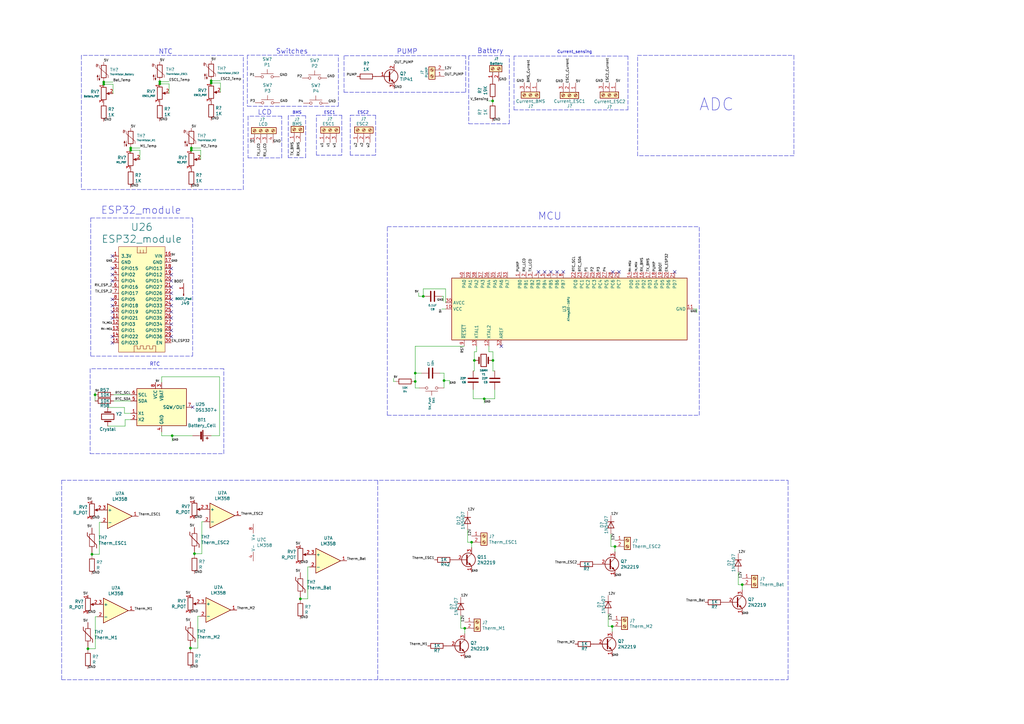
<source format=kicad_sch>
(kicad_sch (version 20211123) (generator eeschema)
  (paper "A3")
  (junction (at 123.19 245.618))
  (junction (at 193.421 222.377))
  (junction (at 78.486 60.706))
  (junction (at 78.486 61.595))
  (junction (at 42.545 34.544))
  (junction (at 53.594 61.595))
  (junction (at 65.532 34.417))
  (junction (at 37.719 227.33))
  (junction (at 70.612 178.689))
  (junction (at 251.079 256.921))
  (junction (at 65.532 33.528))
  (junction (at 78.105 265.811))
  (junction (at 53.594 60.706))
  (junction (at 79.756 227.076))
  (junction (at 170.307 156.464))
  (junction (at 202.057 41.402))
  (junction (at 86.614 34.036))
  (junction (at 42.545 33.655))
  (junction (at 170.307 153.035))
  (junction (at 36.068 266.065))
  (junction (at 198.628 163.576))
  (junction (at 182.118 156.083))
  (junction (at 252.222 224.155))
  (junction (at 304.419 239.776))
  (junction (at 86.614 33.147))
  (junction (at 202.184 147.828))
  (junction (at 194.564 147.828))
  (junction (at 190.627 257.683))
  (junction (at 173.609 121.539))
  (junction (at 38.989 161.925))
  (no_connect (at 70.231 135.509))
  (no_connect (at 70.231 130.429))
  (no_connect (at 70.231 132.969))
  (no_connect (at 46.101 110.109))
  (no_connect (at 225.933 111.506))
  (no_connect (at 70.231 120.269))
  (no_connect (at 46.101 138.049))
  (no_connect (at 70.231 110.109))
  (no_connect (at 276.733 111.506))
  (no_connect (at 70.231 138.049))
  (no_connect (at 251.333 111.506))
  (no_connect (at 253.873 111.506))
  (no_connect (at 223.393 111.506))
  (no_connect (at 205.613 141.986))
  (no_connect (at 78.994 167.005))
  (no_connect (at 46.101 130.429))
  (no_connect (at 70.231 112.649))
  (no_connect (at 70.231 125.349))
  (no_connect (at 46.101 112.649))
  (no_connect (at 231.013 111.506))
  (no_connect (at 70.231 127.889))
  (no_connect (at 228.473 111.506))
  (no_connect (at 70.231 115.189))
  (no_connect (at 46.101 122.809))
  (no_connect (at 46.101 105.029))
  (no_connect (at 46.101 115.189))
  (no_connect (at 46.101 127.889))
  (no_connect (at 46.101 140.589))
  (no_connect (at 46.101 125.349))
  (no_connect (at 70.231 122.809))
  (no_connect (at 70.231 117.729))
  (no_connect (at 220.853 111.506))
  (wire (pts (xy 46.355 38.354) (xy 46.355 34.544)))
  (wire (pts (xy 81.153 252.73) (xy 81.153 265.811)))
  (wire (pts (xy 173.609 121.539) (xy 171.704 121.539)))
  (wire (pts (xy 82.804 213.995) (xy 82.804 227.076)))
  (polyline (pts (xy 261.493 63.881) (xy 261.493 22.733)))
  (wire (pts (xy 200.533 141.986) (xy 200.533 144.272)))
  (wire (pts (xy 202.184 147.828) (xy 202.184 152.146)))
  (wire (pts (xy 82.804 227.076) (xy 79.756 227.076)))
  (polyline (pts (xy 154.94 278.765) (xy 154.94 196.977)))
  (wire (pts (xy 181.229 121.539) (xy 181.864 121.539)))
  (wire (pts (xy 123.19 244.983) (xy 123.19 245.618)))
  (wire (pts (xy 82.296 61.595) (xy 78.486 61.595)))
  (wire (pts (xy 65.532 33.528) (xy 69.342 33.528)))
  (wire (pts (xy 244.348 231.394) (xy 244.602 231.394)))
  (wire (pts (xy 170.307 153.035) (xy 170.307 141.986)))
  (wire (pts (xy 66.294 154.559) (xy 90.043 154.559)))
  (wire (pts (xy 191.77 222.377) (xy 193.421 222.377)))
  (polyline (pts (xy 325.628 63.881) (xy 261.493 63.881)))
  (wire (pts (xy 86.614 33.147) (xy 90.424 33.147)))
  (polyline (pts (xy 141.097 22.86) (xy 141.097 37.846)))
  (polyline (pts (xy 140.208 63.627) (xy 129.794 63.627)))
  (wire (pts (xy 53.594 60.706) (xy 57.404 60.706)))
  (polyline (pts (xy 191.008 37.846) (xy 191.008 22.86)))
  (polyline (pts (xy 99.822 22.733) (xy 33.401 22.733)))
  (wire (pts (xy 194.056 159.766) (xy 194.056 163.576)))
  (wire (pts (xy 90.424 37.846) (xy 90.424 34.036)))
  (polyline (pts (xy 138.811 22.606) (xy 101.473 22.606)))
  (wire (pts (xy 57.404 61.595) (xy 53.594 61.595)))
  (polyline (pts (xy 154.051 47.244) (xy 154.051 63.627)))
  (wire (pts (xy 65.532 33.528) (xy 65.532 33.02)))
  (wire (pts (xy 37.719 227.33) (xy 37.719 227.965)))
  (wire (pts (xy 126.238 232.537) (xy 126.238 245.618)))
  (polyline (pts (xy 91.821 186.055) (xy 91.821 151.257)))
  (wire (pts (xy 200.533 144.272) (xy 202.184 144.272)))
  (wire (pts (xy 194.056 163.576) (xy 198.628 163.576)))
  (wire (pts (xy 202.946 159.766) (xy 202.946 163.576)))
  (polyline (pts (xy 325.628 22.733) (xy 325.628 63.881)))
  (wire (pts (xy 70.612 178.689) (xy 78.994 178.689)))
  (wire (pts (xy 304.419 241.935) (xy 304.419 239.776)))
  (wire (pts (xy 123.19 245.618) (xy 123.19 246.253)))
  (wire (pts (xy 40.767 214.249) (xy 40.767 227.33)))
  (wire (pts (xy 170.307 153.035) (xy 172.847 153.035)))
  (wire (pts (xy 173.609 118.491) (xy 173.609 121.539)))
  (polyline (pts (xy 125.349 64.643) (xy 125.349 47.498)))
  (wire (pts (xy 83.566 213.995) (xy 82.804 213.995)))
  (wire (pts (xy 127 232.537) (xy 126.238 232.537)))
  (wire (pts (xy 180.467 153.035) (xy 182.118 153.035)))
  (wire (pts (xy 182.753 124.206) (xy 182.753 118.491)))
  (polyline (pts (xy 33.401 77.724) (xy 99.822 77.724)))
  (wire (pts (xy 191.77 217.297) (xy 191.77 222.377)))
  (wire (pts (xy 190.373 141.986) (xy 170.307 141.986)))
  (wire (pts (xy 79.756 226.441) (xy 79.756 227.076)))
  (wire (pts (xy 86.614 34.036) (xy 86.614 33.147)))
  (polyline (pts (xy 192.278 50.8) (xy 208.915 50.8)))
  (wire (pts (xy 202.057 42.164) (xy 202.057 41.402)))
  (polyline (pts (xy 33.401 22.733) (xy 33.401 77.724)))
  (wire (pts (xy 78.486 60.706) (xy 78.486 60.198)))
  (polyline (pts (xy 91.821 151.257) (xy 36.957 151.257)))
  (polyline (pts (xy 99.822 77.724) (xy 99.822 22.733)))
  (wire (pts (xy 81.915 252.73) (xy 81.153 252.73)))
  (wire (pts (xy 70.612 180.975) (xy 70.612 178.689)))
  (polyline (pts (xy 101.473 22.606) (xy 101.473 43.561)))
  (wire (pts (xy 39.878 252.984) (xy 39.116 252.984)))
  (wire (pts (xy 79.756 227.076) (xy 79.756 227.711)))
  (wire (pts (xy 170.307 159.131) (xy 170.307 156.464)))
  (polyline (pts (xy 115.57 64.77) (xy 115.57 47.625)))
  (wire (pts (xy 78.486 61.595) (xy 78.486 60.706)))
  (wire (pts (xy 202.184 152.146) (xy 202.946 152.146)))
  (polyline (pts (xy 36.957 151.257) (xy 36.957 186.055)))
  (wire (pts (xy 65.532 34.417) (xy 65.532 33.528)))
  (wire (pts (xy 82.296 65.405) (xy 82.296 61.595)))
  (wire (pts (xy 81.153 265.811) (xy 78.105 265.811)))
  (wire (pts (xy 250.571 224.155) (xy 252.222 224.155)))
  (polyline (pts (xy 25.273 196.977) (xy 323.215 196.977)))
  (wire (pts (xy 202.057 41.402) (xy 200.406 41.402)))
  (polyline (pts (xy 25.273 278.765) (xy 323.215 278.765)))
  (wire (pts (xy 36.068 265.43) (xy 36.068 266.065)))
  (wire (pts (xy 66.294 178.689) (xy 70.612 178.689)))
  (wire (pts (xy 57.404 65.405) (xy 57.404 61.595)))
  (wire (pts (xy 162.306 156.464) (xy 161.417 156.464)))
  (polyline (pts (xy 158.877 170.307) (xy 158.877 92.964)))
  (wire (pts (xy 284.353 126.746) (xy 285.75 126.746)))
  (polyline (pts (xy 143.637 63.627) (xy 143.637 47.244)))
  (wire (pts (xy 78.105 265.811) (xy 78.105 266.446)))
  (wire (pts (xy 285.75 126.746) (xy 285.75 128.27)))
  (polyline (pts (xy 257.556 45.085) (xy 257.556 22.987)))
  (wire (pts (xy 170.307 156.464) (xy 170.307 153.035)))
  (polyline (pts (xy 154.051 63.627) (xy 143.637 63.627)))
  (polyline (pts (xy 37.211 146.05) (xy 78.994 146.05)))
  (polyline (pts (xy 140.208 47.244) (xy 140.208 63.627)))
  (wire (pts (xy 53.594 161.925) (xy 46.609 161.925)))
  (wire (pts (xy 302.768 239.776) (xy 304.419 239.776)))
  (wire (pts (xy 41.529 214.249) (xy 40.767 214.249)))
  (wire (pts (xy 53.594 61.595) (xy 53.594 60.706)))
  (wire (pts (xy 90.043 154.559) (xy 90.043 178.689)))
  (wire (pts (xy 53.594 172.085) (xy 51.308 172.085)))
  (polyline (pts (xy 208.915 22.86) (xy 192.278 22.86)))
  (wire (pts (xy 249.428 251.841) (xy 249.428 256.921)))
  (wire (pts (xy 66.294 156.845) (xy 66.294 154.559)))
  (wire (pts (xy 51.054 169.545) (xy 51.054 167.132)))
  (polyline (pts (xy 138.811 43.561) (xy 138.811 22.606)))
  (polyline (pts (xy 286.766 170.307) (xy 286.766 92.964)))
  (wire (pts (xy 40.767 227.33) (xy 37.719 227.33)))
  (polyline (pts (xy 261.493 22.733) (xy 325.628 22.733)))
  (wire (pts (xy 126.238 245.618) (xy 123.19 245.618)))
  (wire (pts (xy 53.594 169.545) (xy 51.054 169.545)))
  (wire (pts (xy 51.308 172.085) (xy 51.308 174.752)))
  (polyline (pts (xy 25.273 196.977) (xy 25.273 278.765)))
  (wire (pts (xy 194.564 147.828) (xy 194.564 152.146)))
  (wire (pts (xy 182.753 118.491) (xy 173.609 118.491)))
  (polyline (pts (xy 118.237 64.643) (xy 125.349 64.643)))
  (wire (pts (xy 90.424 34.036) (xy 86.614 34.036)))
  (wire (pts (xy 53.594 60.706) (xy 53.594 60.198)))
  (polyline (pts (xy 78.994 146.05) (xy 78.994 89.408)))
  (wire (pts (xy 69.342 38.227) (xy 69.342 34.417)))
  (polyline (pts (xy 141.097 37.846) (xy 191.008 37.846)))
  (wire (pts (xy 90.043 178.689) (xy 86.614 178.689)))
  (wire (pts (xy 198.628 163.576) (xy 198.628 165.354)))
  (wire (pts (xy 182.118 159.131) (xy 182.118 156.083)))
  (wire (pts (xy 202.184 144.272) (xy 202.184 147.828)))
  (polyline (pts (xy 101.727 64.77) (xy 115.57 64.77)))
  (polyline (pts (xy 129.794 63.627) (xy 129.794 47.244)))
  (wire (pts (xy 42.545 33.655) (xy 46.355 33.655)))
  (wire (pts (xy 78.105 265.176) (xy 78.105 265.811)))
  (wire (pts (xy 66.294 178.689) (xy 66.294 177.165)))
  (polyline (pts (xy 129.794 47.244) (xy 140.208 47.244)))
  (wire (pts (xy 184.404 156.083) (xy 184.404 157.607)))
  (polyline (pts (xy 36.957 186.055) (xy 91.821 186.055)))
  (polyline (pts (xy 158.877 92.964) (xy 286.766 92.964)))
  (wire (pts (xy 251.079 259.08) (xy 251.079 256.921)))
  (wire (pts (xy 194.564 144.272) (xy 194.564 147.828)))
  (wire (pts (xy 195.453 141.986) (xy 195.453 144.272)))
  (polyline (pts (xy 37.211 89.408) (xy 78.994 89.408)))
  (polyline (pts (xy 208.915 50.8) (xy 208.915 22.86)))
  (wire (pts (xy 78.486 60.706) (xy 82.296 60.706)))
  (wire (pts (xy 42.545 34.544) (xy 42.545 33.655)))
  (polyline (pts (xy 118.237 47.498) (xy 118.237 64.643)))
  (polyline (pts (xy 143.637 47.244) (xy 154.051 47.244)))
  (wire (pts (xy 302.768 234.696) (xy 302.768 239.776)))
  (polyline (pts (xy 158.877 170.307) (xy 286.766 170.307)))
  (wire (pts (xy 169.926 156.464) (xy 170.307 156.464)))
  (wire (pts (xy 188.976 252.603) (xy 188.976 257.683)))
  (polyline (pts (xy 37.211 89.408) (xy 37.211 146.05)))
  (polyline (pts (xy 192.278 22.86) (xy 192.278 50.8)))
  (wire (pts (xy 51.054 167.132) (xy 44.196 167.132)))
  (polyline (pts (xy 210.82 22.987) (xy 210.82 45.085)))
  (wire (pts (xy 42.545 33.655) (xy 42.545 33.147)))
  (polyline (pts (xy 101.473 43.561) (xy 138.811 43.561)))
  (wire (pts (xy 38.989 161.925) (xy 38.989 160.782)))
  (wire (pts (xy 181.864 121.539) (xy 181.864 123.571)))
  (wire (pts (xy 193.421 224.536) (xy 193.421 222.377)))
  (wire (pts (xy 69.342 34.417) (xy 65.532 34.417)))
  (polyline (pts (xy 257.556 22.987) (xy 210.82 22.987)))
  (wire (pts (xy 249.428 256.921) (xy 251.079 256.921)))
  (wire (pts (xy 182.118 156.083) (xy 182.118 153.035)))
  (polyline (pts (xy 125.349 47.498) (xy 118.237 47.498)))
  (wire (pts (xy 198.628 163.576) (xy 202.946 163.576)))
  (wire (pts (xy 171.704 121.539) (xy 171.704 120.142)))
  (wire (pts (xy 46.355 34.544) (xy 42.545 34.544)))
  (wire (pts (xy 194.564 152.146) (xy 194.056 152.146)))
  (polyline (pts (xy 191.008 22.86) (xy 141.097 22.86)))
  (wire (pts (xy 38.989 164.465) (xy 38.989 161.925)))
  (polyline (pts (xy 115.57 47.625) (xy 101.727 47.625)))
  (polyline (pts (xy 210.82 45.085) (xy 257.556 45.085)))
  (wire (pts (xy 86.614 33.147) (xy 86.614 32.639)))
  (wire (pts (xy 190.627 259.842) (xy 190.627 257.683)))
  (wire (pts (xy 36.068 266.065) (xy 36.068 266.7)))
  (wire (pts (xy 53.594 164.465) (xy 46.609 164.465)))
  (wire (pts (xy 51.308 174.752) (xy 44.196 174.752)))
  (wire (pts (xy 39.116 266.065) (xy 36.068 266.065)))
  (wire (pts (xy 39.116 252.984) (xy 39.116 266.065)))
  (polyline (pts (xy 101.727 47.625) (xy 101.727 64.77)))
  (wire (pts (xy 161.417 156.464) (xy 161.417 155.194)))
  (wire (pts (xy 170.307 159.131) (xy 171.958 159.131)))
  (wire (pts (xy 195.453 144.272) (xy 194.564 144.272)))
  (wire (pts (xy 182.753 126.746) (xy 181.229 126.746)))
  (wire (pts (xy 202.057 41.402) (xy 202.057 40.894)))
  (wire (pts (xy 252.222 226.314) (xy 252.222 224.155)))
  (wire (pts (xy 182.118 156.083) (xy 184.404 156.083)))
  (wire (pts (xy 37.719 226.695) (xy 37.719 227.33)))
  (wire (pts (xy 250.571 219.075) (xy 250.571 224.155)))
  (wire (pts (xy 188.976 257.683) (xy 190.627 257.683)))
  (polyline (pts (xy 323.215 278.765) (xy 323.215 196.977)))
  (text "ESP32_module" (at 41.402 88.138 0) (effects (font (size 2.9972 2.9972)) (justify left bottom)))
  (text "ADC" (at 286.639 45.974 0) (effects (font (size 5.0038 5.0038)) (justify left bottom)))
  (text "PUMP\n\n" (at 162.687 25.654 0) (effects (font (size 2.0066 2.0066)) (justify left bottom)))
  (text "Battery\n\n" (at 195.707 25.4 0) (effects (font (size 2.0066 2.0066)) (justify left bottom)))
  (text "Current_sensing" (at 228.473 22.098 0) (effects (font (size 1.1938 1.1938)) (justify left bottom)))
  (text "ESC1\n" (at 132.842 46.99 0) (effects (font (size 1.1938 1.1938)) (justify left bottom)))
  (text "Switches\n" (at 113.157 22.352 0) (effects (font (size 2.0066 2.0066)) (justify left bottom)))
  (text "ESC2\n\n" (at 146.558 48.895 0) (effects (font (size 1.1938 1.1938)) (justify left bottom)))
  (text "BMS" (at 119.888 46.99 0) (effects (font (size 1.1938 1.1938)) (justify left bottom)))
  (text "NTC" (at 65.024 22.479 0) (effects (font (size 2.0066 2.0066)) (justify left bottom)))
  (text "LCD\n\n\n" (at 105.664 53.848 0) (effects (font (size 2.0066 2.0066)) (justify left bottom)))
  (text "RTC\n" (at 61.341 150.368 0) (effects (font (size 1.4986 1.4986)) (justify left bottom)))
  (text "MCU" (at 220.599 90.551 0) (effects (font (size 2.9972 2.9972)) (justify left bottom)))
  (label "BMS_Current" (at 217.551 33.909 90) (effects (font (size 0.9906 0.9906))))
  (label "GND" (at 251.079 269.24 0) (effects (font (size 0.7874 0.7874))))
  (label "5V" (at 252.476 33.909 0) (effects (font (size 0.9906 0.9906))))
  (label "Therm_Bat" (at 289.179 247.015 180) (effects (font (size 0.9906 0.9906))))
  (label "P1" (at 241.173 111.506 90) (effects (font (size 0.9906 0.9906))))
  (label "5V" (at 220.091 33.909 0) (effects (font (size 0.9906 0.9906))))
  (label "Therm_ESC2" (at 236.728 231.394 180) (effects (font (size 0.9906 0.9906))))
  (label "P2" (at 123.952 32.004 180) (effects (font (size 0.9906 0.9906))))
  (label "5V" (at 236.093 34.036 0) (effects (font (size 0.9906 0.9906))))
  (label "ESC2_Current" (at 249.936 33.909 90) (effects (font (size 0.9906 0.9906))))
  (label "RX_BMS" (at 264.033 111.506 90) (effects (font (size 0.9906 0.9906))))
  (label "GND" (at 37.719 235.585 0) (effects (font (size 0.9906 0.9906))))
  (label "M2_Temp" (at 82.296 60.706 0) (effects (font (size 0.9906 0.9906))))
  (label "12V" (at 188.976 244.983 0) (effects (font (size 0.9906 0.9906))))
  (label "TX_LCD" (at 106.934 58.674 270) (effects (font (size 0.9906 0.9906))))
  (label "GND" (at 46.101 107.569 180) (effects (font (size 0.7874 0.7874))))
  (label "P2" (at 243.713 111.506 90) (effects (font (size 0.9906 0.9906))))
  (label "P3" (at 246.253 111.506 90) (effects (font (size 0.9906 0.9906))))
  (label "5V" (at 78.105 255.016 180) (effects (font (size 0.9906 0.9906))))
  (label "TX_BMS" (at 120.65 58.166 270) (effects (font (size 0.9906 0.9906))))
  (label "EN_ESP32" (at 70.231 140.589 0) (effects (font (size 0.9906 0.9906))))
  (label "RTC_SCL" (at 236.093 111.506 90) (effects (font (size 0.9906 0.9906))))
  (label "P3" (at 104.648 42.164 180) (effects (font (size 0.9906 0.9906))))
  (label "5V" (at 123.19 234.823 180) (effects (font (size 0.9906 0.9906))))
  (label "TX_BMS" (at 266.573 111.506 90) (effects (font (size 0.9906 0.9906))))
  (label "GND" (at 70.231 107.569 0) (effects (font (size 0.7874 0.7874))))
  (label "ESC1_Current" (at 233.553 34.036 90) (effects (font (size 0.9906 0.9906))))
  (label "RX-MCU" (at 46.101 135.509 180) (effects (font (size 0.7112 0.7112))))
  (label "GND" (at 181.864 123.571 180) (effects (font (size 0.7874 0.7874))))
  (label "GND" (at 204.597 33.274 0) (effects (font (size 0.9906 0.9906))))
  (label "GND" (at 78.105 251.46 0) (effects (font (size 0.9906 0.9906))))
  (label "12V" (at 191.77 209.677 0) (effects (font (size 0.9906 0.9906))))
  (label "u2" (at 146.685 58.42 270) (effects (font (size 0.9906 0.9906))))
  (label "V_Sensing" (at 200.406 41.402 180) (effects (font (size 0.9906 0.9906))))
  (label "GND" (at 184.404 157.607 0) (effects (font (size 0.7874 0.7874))))
  (label "RST" (at 190.373 141.986 270) (effects (font (size 0.9906 0.9906))))
  (label "GND" (at 114.808 42.164 0) (effects (font (size 0.9906 0.9906))))
  (label "GND" (at 112.014 58.674 0) (effects (font (size 0.9906 0.9906))))
  (label "TX_LCD" (at 218.313 111.506 90) (effects (font (size 0.9906 0.9906))))
  (label "P1" (at 104.521 31.496 180) (effects (font (size 0.9906 0.9906))))
  (label "5V" (at 42.545 25.527 0) (effects (font (size 0.9906 0.9906))))
  (label "GND" (at 79.756 235.331 0) (effects (font (size 0.9906 0.9906))))
  (label "5V" (at 53.594 52.578 0) (effects (font (size 0.9906 0.9906))))
  (label "Therm_ESC1" (at 56.769 211.709 0) (effects (font (size 0.9906 0.9906))))
  (label "ESC2_Temp" (at 90.424 33.147 0) (effects (font (size 0.9906 0.9906))))
  (label "EN_ESP32" (at 274.193 111.506 90) (effects (font (size 0.9906 0.9906))))
  (label "GND" (at 70.612 180.975 0) (effects (font (size 0.7874 0.7874))))
  (label "RX_LCD" (at 109.474 58.674 270) (effects (font (size 0.9906 0.9906))))
  (label "GND" (at 42.545 49.784 0) (effects (font (size 0.9906 0.9906))))
  (label "GND" (at 190.627 270.002 0) (effects (font (size 0.7874 0.7874))))
  (label "OUT_PUMP" (at 161.671 26.289 0) (effects (font (size 0.9906 0.9906))))
  (label "5V" (at 123.19 223.647 180) (effects (font (size 0.9906 0.9906))))
  (label "GND" (at 78.105 274.066 0) (effects (font (size 0.9906 0.9906))))
  (label "5V" (at 36.068 244.094 180) (effects (font (size 0.9906 0.9906))))
  (label "GND" (at 231.013 34.036 180) (effects (font (size 0.9906 0.9906))))
  (label "12V" (at 252.222 221.615 90) (effects (font (size 0.9906 0.9906))))
  (label "ESC1_Temp" (at 69.342 33.528 0) (effects (font (size 0.9906 0.9906))))
  (label "GND" (at 36.068 251.714 0) (effects (font (size 0.9906 0.9906))))
  (label "GND" (at 78.486 76.835 0) (effects (font (size 0.9906 0.9906))))
  (label "5V" (at 65.532 25.4 0) (effects (font (size 0.9906 0.9906))))
  (label "GND" (at 114.681 31.496 0) (effects (font (size 0.9906 0.9906))))
  (label "GND" (at 202.057 49.784 0) (effects (font (size 0.9906 0.9906))))
  (label "5V" (at 104.394 58.674 180) (effects (font (size 0.9906 0.9906))))
  (label "Therm_ESC1" (at 178.181 229.616 180) (effects (font (size 0.9906 0.9906))))
  (label "12V" (at 250.571 211.455 0) (effects (font (size 0.9906 0.9906))))
  (label "P4" (at 124.46 42.291 180) (effects (font (size 0.9906 0.9906))))
  (label "GND" (at 53.594 76.835 0) (effects (font (size 0.9906 0.9906))))
  (label "12V" (at 193.421 219.837 90) (effects (font (size 0.9906 0.9906))))
  (label "GND" (at 304.419 252.095 0) (effects (font (size 0.7874 0.7874))))
  (label "12V" (at 182.245 28.702 0) (effects (font (size 0.9906 0.9906))))
  (label "u1" (at 132.842 58.42 270) (effects (font (size 0.9906 0.9906))))
  (label "Therm_M1" (at 55.118 250.444 0) (effects (font (size 0.9906 0.9906))))
  (label "5V" (at 36.068 255.27 180) (effects (font (size 0.9906 0.9906))))
  (label "5V" (at 79.756 205.105 180) (effects (font (size 0.9906 0.9906))))
  (label "TX_MCU" (at 46.101 132.969 180) (effects (font (size 0.7112 0.7112))))
  (label "RX_BMS" (at 123.19 58.166 270) (effects (font (size 0.9906 0.9906))))
  (label "RX_ESP_2" (at 46.101 117.729 180) (effects (font (size 0.9906 0.9906))))
  (label "TX_ESP_2" (at 46.101 120.269 180) (effects (font (size 0.9906 0.9906))))
  (label "TX_MCU" (at 261.493 111.506 90) (effects (font (size 0.7112 0.7112))))
  (label "GND" (at 215.011 33.909 180) (effects (font (size 0.9906 0.9906))))
  (label "GND" (at 134.62 42.291 0) (effects (font (size 0.9906 0.9906))))
  (label "GND" (at 86.614 49.276 0) (effects (font (size 0.9906 0.9906))))
  (label "GND" (at 285.75 128.27 180) (effects (font (size 0.7874 0.7874))))
  (label "v1" (at 135.382 58.42 270) (effects (font (size 0.9906 0.9906))))
  (label "5V" (at 79.756 216.281 180) (effects (font (size 0.9906 0.9906))))
  (label "P4" (at 248.793 111.506 90) (effects (font (size 0.9906 0.9906))))
  (label "12V" (at 304.419 237.236 90) (effects (font (size 0.9906 0.9906))))
  (label "GND" (at 134.112 32.004 0) (effects (font (size 0.9906 0.9906))))
  (label "PUMP" (at 213.233 111.506 90) (effects (font (size 0.9906 0.9906))))
  (label "5V" (at 181.229 126.746 270) (effects (font (size 0.7874 0.7874))))
  (label "5V" (at 161.417 155.194 0) (effects (font (size 0.7874 0.7874))))
  (label "5V" (at 70.231 105.029 0) (effects (font (size 0.7874 0.7874))))
  (label "5V" (at 78.486 52.578 0) (effects (font (size 0.9906 0.9906))))
  (label "5V" (at 171.704 120.142 180) (effects (font (size 0.7874 0.7874))))
  (label "GND" (at 198.628 165.354 0) (effects (font (size 0.7874 0.7874))))
  (label "Therm_Bat" (at 142.24 229.997 0) (effects (font (size 0.9906 0.9906))))
  (label "GND" (at 36.068 274.32 0) (effects (font (size 0.9906 0.9906))))
  (label "5V" (at 78.105 243.84 180) (effects (font (size 0.9906 0.9906))))
  (label "5V" (at 37.719 205.359 180) (effects (font (size 0.9906 0.9906))))
  (label "Therm_M1" (at 175.387 264.922 180) (effects (font (size 0.9906 0.9906))))
  (label "GND" (at 65.532 49.657 0) (effects (font (size 0.9906 0.9906))))
  (label "GND" (at 193.421 234.696 0) (effects (font (size 0.7874 0.7874))))
  (label "PUMP" (at 146.431 31.369 180) (effects (font (size 0.9906 0.9906))))
  (label "Therm_M2" (at 97.155 250.19 0) (effects (font (size 0.9906 0.9906))))
  (label "v2" (at 149.225 58.42 270) (effects (font (size 0.9906 0.9906))))
  (label "PUMP" (at 269.113 111.506 90) (effects (font (size 0.9906 0.9906))))
  (label "BOOT" (at 75.311 116.205 180) (effects (font (size 0.9906 0.9906))))
  (label "5V" (at 38.989 160.782 0) (effects (font (size 0.7874 0.7874))))
  (label "BOOT" (at 271.653 111.506 90) (effects (font (size 0.9906 0.9906))))
  (label "GND" (at 123.19 253.873 0) (effects (font (size 0.9906 0.9906))))
  (label "RTC_SDA" (at 53.594 164.465 180) (effects (font (size 0.9906 0.9906))))
  (label "w2" (at 151.765 58.42 270) (effects (font (size 0.9906 0.9906))))
  (label "12V" (at 249.428 244.221 0) (effects (font (size 0.9906 0.9906))))
  (label "5V" (at 86.614 25.019 0) (effects (font (size 0.9906 0.9906))))
  (label "5V" (at 37.719 216.535 180) (effects (font (size 0.9906 0.9906))))
  (label "GND" (at 252.222 236.474 0) (effects (font (size 0.7874 0.7874))))
  (label "5V" (at 63.754 156.845 0) (effects (font (size 0.7874 0.7874))))
  (label "OUT_PUMP" (at 182.245 31.242 0) (effects (font (size 0.9906 0.9906))))
  (label "GND" (at 37.719 212.979 0) (effects (font (size 0.9906 0.9906))))
  (label "GND" (at 123.19 231.267 0) (effects (font (size 0.9906 0.9906))))
  (label "12V" (at 302.768 227.076 0) (effects (font (size 0.9906 0.9906))))
  (label "GND" (at 79.756 212.725 0) (effects (font (size 0.9906 0.9906))))
  (label "RX_LCD" (at 215.773 111.506 90) (effects (font (size 0.9906 0.9906))))
  (label "GND" (at 161.671 36.449 0) (effects (font (size 0.9906 0.9906))))
  (label "12V" (at 190.627 255.143 90) (effects (font (size 0.9906 0.9906))))
  (label "Therm_M2" (at 235.839 264.16 180) (effects (font (size 0.9906 0.9906))))
  (label "RX-MCU" (at 258.953 111.506 90) (effects (font (size 0.7112 0.7112))))
  (label "Therm_ESC2" (at 98.806 211.455 0) (effects (font (size 0.9906 0.9906))))
  (label "M1_Temp" (at 57.404 60.706 0) (effects (font (size 0.9906 0.9906))))
  (label "12V" (at 251.079 254.381 90) (effects (font (size 0.9906 0.9906))))
  (label "GND" (at 247.396 33.909 180) (effects (font (size 0.9906 0.9906))))
  (label "w1" (at 137.922 58.42 270) (effects (font (size 0.9906 0.9906))))
  (label "RTC_SDA" (at 238.633 111.506 90) (effects (font (size 0.9906 0.9906))))
  (label "RTC_SCL" (at 53.594 161.925 180) (effects (font (size 0.9906 0.9906))))
  (label "Bat_Temp" (at 46.355 33.655 0) (effects (font (size 0.9906 0.9906))))
  (symbol (lib_id "Device:R") (at 166.116 156.464 270) (mirror x) (unit 1)
    (property "Reference" "R4" (at 166.116 160.6042 90) (effects (font (size 0.7874 0.7874))))
    (property "Value" "10K" (at 166.116 159.0294 90) (effects (font (size 0.7874 0.7874))))
    (property "Footprint" "Resistor_THT:R_Axial_DIN0207_L6.3mm_D2.5mm_P10.16mm_Horizontal" (effects hide))
  )
  (symbol (lib_id "SeaVo_PCB_V0-rescue:ATmega32-16PU-MCU_Microchip_ATmega") (at 233.553 126.746 90) (unit 1)
    (property "Reference" "U3" (at 231.521 125.349 0) (effects (justify right)))
    (property "Value" "ATmega32-16PU" (at 233.172 121.666 0) (effects (font (size 0.7874 0.7874)) (justify right)))
    (property "Footprint" "Package_DIP:DIP-40_W15.24mm_Socket_LongPads" (effects hide))
    (property "Datasheet" "http://ww1.microchip.com/downloads/en/DeviceDoc/doc2503.pdf" (effects hide))
  )
  (symbol (lib_id "Connector:Screw_Terminal_01x02") (at 177.165 31.242 180) (unit 1)
    (property "Reference" "J?" (at 173.101 29.718 90) (effects (font (size 0.9906 0.9906))))
    (property "Value" "PUMP" (at 175.006 29.718 90) (effects (font (size 0.9906 0.9906))))
    (property "Footprint" "Connector_Phoenix_MSTB:PhoenixContact_MSTBA_2,5_2-G-5,08_1x02_P5.08mm_Horizontal" (effects hide))
  )
  (symbol (lib_id "Transistor_BJT:TIP41") (at 159.131 31.369 0) (unit 1)
    (property "Reference" "Q?" (at 163.9824 30.2006 0) (effects (justify left)))
    (property "Value" "TIP41" (at 163.9824 32.512 0) (effects (justify left)))
    (property "Footprint" "Package_TO_SOT_THT:TO-220-3_Vertical" (effects hide))
    (property "Datasheet" "https://www.centralsemi.com/get_document.php?cmp=1&mergetype=pd&mergepath=pd&pdf_id=tip41.PDF" (effects hide))
  )
  (symbol (lib_id "Device:R") (at 150.241 31.369 270) (unit 1)
    (property "Reference" "R?" (at 150.241 26.1112 90))
    (property "Value" "1K" (at 150.241 28.4226 90))
    (property "Footprint" "Resistor_THT:R_Axial_DIN0207_L6.3mm_D2.5mm_P10.16mm_Horizontal" (effects hide))
  )
  (symbol (lib_id "Device:R") (at 42.799 164.465 270) (unit 1)
    (property "Reference" "R58" (at 41.021 166.37 90) (effects (justify left)))
    (property "Value" "10K" (at 41.148 164.465 90) (effects (justify left)))
    (property "Footprint" "Resistor_THT:R_Axial_DIN0207_L6.3mm_D2.5mm_P10.16mm_Horizontal" (effects hide))
  )
  (symbol (lib_id "Connector:Conn_01x01_Male") (at 75.311 121.285 90) (unit 1)
    (property "Reference" "J49" (at 74.168 124.333 90) (effects (justify right)))
    (property "Value" "BOOT_Pad" (at 71.882 122.555 90) (effects (font (size 0.889 0.889)) (justify right)))
    (property "Footprint" "TestPoint:TestPoint_Loop_D2.54mm_Drill1.5mm_Beaded" (effects hide))
  )
  (symbol (lib_id "Device:Thermistor_NTC") (at 42.545 29.337 0) (unit 1)
    (property "Reference" "TH?" (at 45.0088 28.6004 0) (effects (justify left)))
    (property "Value" "Thermistor_Battery" (at 45.0088 30.48 0) (effects (font (size 0.7112 0.7112)) (justify left)))
    (property "Footprint" "Connector_Phoenix_MSTB:PhoenixContact_MSTBA_2,5_2-G-5,08_1x02_P5.08mm_Horizontal" (effects hide))
  )
  (symbol (lib_id "SeaVo_PCB_V0-rescue:R_POT-Device") (at 42.545 38.354 0) (unit 1)
    (property "Reference" "RV?" (at 40.7924 37.6174 0) (effects (justify right)))
    (property "Value" "Battery_POT" (at 40.7924 39.497 0) (effects (font (size 0.7112 0.7112)) (justify right)))
    (property "Footprint" "Potentiometer_THT:Potentiometer_Bourns_3266Y_Vertical" (effects hide))
  )
  (symbol (lib_id "Device:R") (at 42.545 45.974 0) (unit 1)
    (property "Reference" "R?" (at 44.323 44.8056 0) (effects (justify left)))
    (property "Value" "1K" (at 44.323 47.117 0) (effects (justify left)))
    (property "Footprint" "Resistor_THT:R_Axial_DIN0207_L6.3mm_D2.5mm_P10.16mm_Horizontal" (effects hide))
  )
  (symbol (lib_id "Device:Thermistor_NTC") (at 65.532 29.21 0) (unit 1)
    (property "Reference" "TH?" (at 68.0212 28.4734 0) (effects (justify left)))
    (property "Value" "Thermistor_ESC1" (at 68.0212 30.353 0) (effects (font (size 0.7112 0.7112)) (justify left)))
    (property "Footprint" "Connector_Phoenix_MSTB:PhoenixContact_MSTBA_2,5_2-G-5,08_1x02_P5.08mm_Horizontal" (effects hide))
  )
  (symbol (lib_id "SeaVo_PCB_V0-rescue:R_POT-Device") (at 65.532 38.227 0) (unit 1)
    (property "Reference" "RV?" (at 63.754 37.4904 0) (effects (justify right)))
    (property "Value" "ESC1_POT" (at 63.754 39.37 0) (effects (font (size 0.7112 0.7112)) (justify right)))
    (property "Footprint" "Potentiometer_THT:Potentiometer_Bourns_3266Y_Vertical" (effects hide))
  )
  (symbol (lib_id "Device:R") (at 65.532 45.847 0) (unit 1)
    (property "Reference" "R?" (at 67.31 44.6786 0) (effects (justify left)))
    (property "Value" "1K" (at 67.31 46.99 0) (effects (justify left)))
    (property "Footprint" "Resistor_THT:R_Axial_DIN0207_L6.3mm_D2.5mm_P10.16mm_Horizontal" (effects hide))
  )
  (symbol (lib_id "Device:Thermistor_NTC") (at 86.614 28.829 0) (unit 1)
    (property "Reference" "TH?" (at 89.1032 28.0924 0) (effects (justify left)))
    (property "Value" "Thermistor_ESC2" (at 89.1032 29.972 0) (effects (font (size 0.7112 0.7112)) (justify left)))
    (property "Footprint" "Connector_Phoenix_MSTB:PhoenixContact_MSTBA_2,5_2-G-5,08_1x02_P5.08mm_Horizontal" (effects hide))
  )
  (symbol (lib_id "SeaVo_PCB_V0-rescue:R_POT-Device") (at 86.614 37.846 0) (unit 1)
    (property "Reference" "RV?" (at 84.836 37.1094 0) (effects (justify right)))
    (property "Value" "ESC2_POT" (at 84.836 38.989 0) (effects (font (size 0.7112 0.7112)) (justify right)))
    (property "Footprint" "Potentiometer_THT:Potentiometer_Bourns_3266Y_Vertical" (effects hide))
  )
  (symbol (lib_id "Device:R") (at 86.614 45.466 0) (unit 1)
    (property "Reference" "R?" (at 88.392 44.2976 0) (effects (justify left)))
    (property "Value" "1K" (at 88.392 46.609 0) (effects (justify left)))
    (property "Footprint" "Resistor_THT:R_Axial_DIN0207_L6.3mm_D2.5mm_P10.16mm_Horizontal" (effects hide))
  )
  (symbol (lib_id "Device:Thermistor_NTC") (at 53.594 56.388 0) (unit 1)
    (property "Reference" "TH?" (at 56.0578 55.6514 0) (effects (justify left)))
    (property "Value" "Thermistor_M1" (at 56.0578 57.531 0) (effects (font (size 0.7112 0.7112)) (justify left)))
    (property "Footprint" "Connector_Phoenix_MSTB:PhoenixContact_MSTBA_2,5_2-G-5,08_1x02_P5.08mm_Horizontal" (effects hide))
  )
  (symbol (lib_id "SeaVo_PCB_V0-rescue:R_POT-Device") (at 53.594 65.405 0) (unit 1)
    (property "Reference" "RV?" (at 51.8414 64.6684 0) (effects (justify right)))
    (property "Value" "M1_POT" (at 51.8414 66.548 0) (effects (font (size 0.7112 0.7112)) (justify right)))
    (property "Footprint" "Potentiometer_THT:Potentiometer_Bourns_3266Y_Vertical" (effects hide))
  )
  (symbol (lib_id "Device:R") (at 53.594 73.025 0) (unit 1)
    (property "Reference" "R?" (at 55.372 71.8566 0) (effects (justify left)))
    (property "Value" "1K" (at 55.372 74.168 0) (effects (justify left)))
    (property "Footprint" "Resistor_THT:R_Axial_DIN0207_L6.3mm_D2.5mm_P10.16mm_Horizontal" (effects hide))
  )
  (symbol (lib_id "Device:Thermistor_NTC") (at 78.486 56.388 0) (unit 1)
    (property "Reference" "TH?" (at 80.9498 55.6514 0) (effects (justify left)))
    (property "Value" "Thermistor_M2" (at 80.9498 57.531 0) (effects (font (size 0.7112 0.7112)) (justify left)))
    (property "Footprint" "Connector_Phoenix_MSTB:PhoenixContact_MSTBA_2,5_2-G-5,08_1x02_P5.08mm_Horizontal" (effects hide))
  )
  (symbol (lib_id "SeaVo_PCB_V0-rescue:R_POT-Device") (at 78.486 65.405 0) (unit 1)
    (property "Reference" "RV?" (at 76.7334 64.6684 0) (effects (justify right)))
    (property "Value" "M2_POT" (at 76.7334 66.548 0) (effects (font (size 0.7112 0.7112)) (justify right)))
    (property "Footprint" "Potentiometer_THT:Potentiometer_Bourns_3266Y_Vertical" (effects hide))
  )
  (symbol (lib_id "Device:R") (at 78.486 73.025 0) (unit 1)
    (property "Reference" "R?" (at 80.264 71.8566 0) (effects (justify left)))
    (property "Value" "1K" (at 80.264 74.168 0) (effects (justify left)))
    (property "Footprint" "Resistor_THT:R_Axial_DIN0207_L6.3mm_D2.5mm_P10.16mm_Horizontal" (effects hide))
  )
  (symbol (lib_id "Switch:SW_Push") (at 109.601 31.496 0) (unit 1)
    (property "Reference" "SW?" (at 109.601 24.257 0))
    (property "Value" "P1" (at 109.601 26.5684 0))
    (property "Footprint" "Connector_Phoenix_MSTB:PhoenixContact_MSTBA_2,5_2-G-5,08_1x02_P5.08mm_Horizontal" (effects hide))
  )
  (symbol (lib_id "Switch:SW_Push") (at 129.032 32.004 0) (unit 1)
    (property "Reference" "SW?" (at 129.032 24.765 0))
    (property "Value" "P2" (at 129.032 27.0764 0))
    (property "Footprint" "Connector_Phoenix_MSTB:PhoenixContact_MSTBA_2,5_2-G-5,08_1x02_P5.08mm_Horizontal" (effects hide))
  )
  (symbol (lib_id "Switch:SW_Push") (at 129.54 42.291 0) (unit 1)
    (property "Reference" "SW?" (at 129.54 35.052 0))
    (property "Value" "P4" (at 129.54 37.3634 0))
    (property "Footprint" "Connector_Phoenix_MSTB:PhoenixContact_MSTBA_2,5_2-G-5,08_1x02_P5.08mm_Horizontal" (effects hide))
  )
  (symbol (lib_id "Switch:SW_Push") (at 109.728 42.164 0) (unit 1)
    (property "Reference" "SW?" (at 109.728 34.925 0))
    (property "Value" "P3" (at 109.728 37.2364 0))
    (property "Footprint" "Connector_Phoenix_MSTB:PhoenixContact_MSTBA_2,5_2-G-5,08_1x02_P5.08mm_Horizontal" (effects hide))
  )
  (symbol (lib_id "Connector:Screw_Terminal_01x04") (at 106.934 53.594 90) (unit 1)
    (property "Reference" "J?" (at 106.426 49.022 90) (effects (justify right)))
    (property "Value" "LCD" (at 106.045 50.927 90) (effects (justify right)))
  )
  (symbol (lib_id "Connector:Screw_Terminal_01x02") (at 202.057 28.194 90) (unit 1)
    (property "Reference" "J?" (at 203.581 24.13 90) (effects (font (size 0.9906 0.9906))))
    (property "Value" "Battery" (at 203.581 26.035 90) (effects (font (size 0.9906 0.9906))))
    (property "Footprint" "Connector_Phoenix_MSTB:PhoenixContact_MSTBA_2,5_2-G-5,08_1x02_P5.08mm_Horizontal" (effects hide))
  )
  (symbol (lib_id "Device:R") (at 202.057 37.084 0) (unit 1)
    (property "Reference" "R?" (at 196.7992 37.084 90))
    (property "Value" "19K" (at 199.1106 37.084 90))
    (property "Footprint" "Resistor_THT:R_Axial_DIN0207_L6.3mm_D2.5mm_P10.16mm_Horizontal" (effects hide))
  )
  (symbol (lib_id "Device:R") (at 202.057 45.974 0) (unit 1)
    (property "Reference" "R?" (at 196.7992 45.974 90))
    (property "Value" "1K" (at 199.1106 45.974 90))
    (property "Footprint" "Resistor_THT:R_Axial_DIN0207_L6.3mm_D2.5mm_P10.16mm_Horizontal" (effects hide))
  )
  (symbol (lib_id "Connector:Screw_Terminal_01x03") (at 217.551 38.989 270) (unit 1)
    (property "Reference" "J?" (at 216.535 43.561 90) (effects (justify left)))
    (property "Value" "Current_BMS" (at 211.582 41.529 90) (effects (justify left)))
  )
  (symbol (lib_id "Connector:Screw_Terminal_01x03") (at 233.553 39.116 270) (unit 1)
    (property "Reference" "J?" (at 232.537 43.434 90) (effects (justify left)))
    (property "Value" "Current_ESC1" (at 227.076 41.529 90) (effects (justify left)))
  )
  (symbol (lib_id "Connector:Screw_Terminal_01x03") (at 249.936 38.989 270) (unit 1)
    (property "Reference" "J?" (at 248.793 43.815 90) (effects (justify left)))
    (property "Value" "Current_ESC2" (at 243.586 41.656 90) (effects (justify left)))
  )
  (symbol (lib_id "Amplifier_Operational:LM358") (at 49.149 211.709 0) (unit 1)
    (property "Reference" "U?" (at 49.149 202.3872 0))
    (property "Value" "LM358" (at 49.149 204.6986 0))
    (property "Datasheet" "http://www.ti.com/lit/ds/symlink/lm2904-n.pdf" (effects hide))
  )
  (symbol (lib_id "SeaVo_PCB_V0-rescue:R_POT-Device") (at 37.719 209.169 0) (unit 1)
    (property "Reference" "RV?" (at 35.9664 208.0006 0) (effects (justify right)))
    (property "Value" "R_POT" (at 35.9664 210.312 0) (effects (justify right)))
  )
  (symbol (lib_id "Device:Thermistor") (at 37.719 221.615 180) (unit 1)
    (property "Reference" "TH?" (at 40.386 220.4466 0) (effects (justify right)))
    (property "Value" "Therm_ESC1" (at 40.386 222.758 0) (effects (justify right)))
  )
  (symbol (lib_id "Device:R") (at 37.719 231.775 0) (unit 1)
    (property "Reference" "R?" (at 39.497 230.6066 0) (effects (justify left)))
    (property "Value" "R" (at 39.497 232.918 0) (effects (justify left)))
  )
  (symbol (lib_id "Amplifier_Operational:LM358") (at 91.186 211.455 0) (unit 1)
    (property "Reference" "U?" (at 91.186 202.1332 0))
    (property "Value" "LM358" (at 91.186 204.4446 0))
    (property "Datasheet" "http://www.ti.com/lit/ds/symlink/lm2904-n.pdf" (effects hide))
  )
  (symbol (lib_id "SeaVo_PCB_V0-rescue:R_POT-Device") (at 79.756 208.915 0) (unit 1)
    (property "Reference" "RV?" (at 78.0034 207.7466 0) (effects (justify right)))
    (property "Value" "R_POT" (at 78.0034 210.058 0) (effects (justify right)))
  )
  (symbol (lib_id "Device:Thermistor") (at 79.756 221.361 180) (unit 1)
    (property "Reference" "TH?" (at 82.423 220.1926 0) (effects (justify right)))
    (property "Value" "Therm_ESC2" (at 82.423 222.504 0) (effects (justify right)))
  )
  (symbol (lib_id "Device:R") (at 79.756 231.521 0) (unit 1)
    (property "Reference" "R?" (at 81.534 230.3526 0) (effects (justify left)))
    (property "Value" "R" (at 81.534 232.664 0) (effects (justify left)))
  )
  (symbol (lib_id "Amplifier_Operational:LM358") (at 47.498 250.444 0) (unit 1)
    (property "Reference" "U?" (at 47.498 241.1222 0))
    (property "Value" "LM358" (at 47.498 243.4336 0))
    (property "Datasheet" "http://www.ti.com/lit/ds/symlink/lm2904-n.pdf" (effects hide))
  )
  (symbol (lib_id "SeaVo_PCB_V0-rescue:R_POT-Device") (at 36.068 247.904 0) (unit 1)
    (property "Reference" "RV?" (at 34.3154 246.7356 0) (effects (justify right)))
    (property "Value" "R_POT" (at 34.3154 249.047 0) (effects (justify right)))
  )
  (symbol (lib_id "Device:Thermistor") (at 36.068 260.35 180) (unit 1)
    (property "Reference" "TH?" (at 38.735 259.1816 0) (effects (justify right)))
    (property "Value" "Therm_M1" (at 38.735 261.493 0) (effects (justify right)))
  )
  (symbol (lib_id "Device:R") (at 36.068 270.51 0) (unit 1)
    (property "Reference" "R?" (at 37.846 269.3416 0) (effects (justify left)))
    (property "Value" "R" (at 37.846 271.653 0) (effects (justify left)))
  )
  (symbol (lib_id "Amplifier_Operational:LM358") (at 89.535 250.19 0) (unit 1)
    (property "Reference" "U?" (at 89.535 240.8682 0))
    (property "Value" "LM358" (at 89.535 243.1796 0))
    (property "Datasheet" "http://www.ti.com/lit/ds/symlink/lm2904-n.pdf" (effects hide))
  )
  (symbol (lib_id "SeaVo_PCB_V0-rescue:R_POT-Device") (at 78.105 247.65 0) (unit 1)
    (property "Reference" "RV?" (at 76.3524 246.4816 0) (effects (justify right)))
    (property "Value" "R_POT" (at 76.3524 248.793 0) (effects (justify right)))
  )
  (symbol (lib_id "Device:Thermistor") (at 78.105 260.096 180) (unit 1)
    (property "Reference" "TH?" (at 80.772 258.9276 0) (effects (justify right)))
    (property "Value" "Therm_M2" (at 80.772 261.239 0) (effects (justify right)))
  )
  (symbol (lib_id "Device:R") (at 78.105 270.256 0) (unit 1)
    (property "Reference" "R?" (at 79.883 269.0876 0) (effects (justify left)))
    (property "Value" "R" (at 79.883 271.399 0) (effects (justify left)))
  )
  (symbol (lib_id "Amplifier_Operational:LM358") (at 134.62 229.997 0) (unit 1)
    (property "Reference" "U?" (at 134.62 220.6752 0))
    (property "Value" "LM358" (at 134.62 222.9866 0))
    (property "Datasheet" "http://www.ti.com/lit/ds/symlink/lm2904-n.pdf" (effects hide))
  )
  (symbol (lib_id "SeaVo_PCB_V0-rescue:R_POT-Device") (at 123.19 227.457 0) (unit 1)
    (property "Reference" "RV?" (at 121.4374 226.2886 0) (effects (justify right)))
    (property "Value" "R_POT" (at 121.4374 228.6 0) (effects (justify right)))
  )
  (symbol (lib_id "Device:Thermistor") (at 123.19 239.903 180) (unit 1)
    (property "Reference" "TH?" (at 125.857 238.7346 0) (effects (justify right)))
    (property "Value" "Therm_Bat" (at 125.857 241.046 0) (effects (justify right)))
  )
  (symbol (lib_id "Device:R") (at 123.19 250.063 0) (unit 1)
    (property "Reference" "R?" (at 124.968 248.8946 0) (effects (justify left)))
    (property "Value" "R" (at 124.968 251.206 0) (effects (justify left)))
  )
  (symbol (lib_id "Timer_RTC:DS1307+") (at 66.294 167.005 0) (unit 1)
    (property "Reference" "U25" (at 80.1116 165.8366 0) (effects (justify left)))
    (property "Value" "DS1307+" (at 80.1116 168.148 0) (effects (justify left)))
    (property "Footprint" "Package_DIP:DIP-8_W7.62mm_Socket_LongPads" (effects hide))
    (property "Datasheet" "https://datasheets.maximintegrated.com/en/ds/DS1307.pdf" (effects hide))
  )
  (symbol (lib_id "Device:Crystal") (at 44.196 170.942 90) (unit 1)
    (property "Reference" "Y2" (at 47.5234 169.7736 90) (effects (justify right)))
    (property "Value" "Crystal" (at 40.767 176.022 90) (effects (justify right)))
    (property "Footprint" "Crystal:Resonator-2Pin_W10.0mm_H5.0mm" (effects hide))
  )
  (symbol (lib_id "Device:Battery_Cell") (at 81.534 178.689 270) (unit 1)
    (property "Reference" "BT1" (at 82.804 172.212 90))
    (property "Value" "Battery_Cell" (at 82.804 174.5234 90))
    (property "Footprint" "Battery:BatteryHolder_Keystone_103_1x20mm" (effects hide))
  )
  (symbol (lib_id "Device:R") (at 42.799 161.925 270) (unit 1)
    (property "Reference" "R57" (at 40.894 160.02 90) (effects (justify left)))
    (property "Value" "10K" (at 41.148 161.925 90) (effects (justify left)))
    (property "Footprint" "Resistor_THT:R_Axial_DIN0207_L6.3mm_D2.5mm_P10.16mm_Horizontal" (effects hide))
  )
  (symbol (lib_id "SeaVo_PCB-rescue:ESP32_module-ESP32_module") (at 89.281 176.149 0) (unit 1)
    (property "Reference" "U26" (at 58.166 93.1418 0) (effects (font (size 2.9972 2.9972))))
    (property "Value" "ESP32_module" (at 58.166 98.044 0) (effects (font (size 2.9972 2.9972))))
    (property "Footprint" "ESP_32module:ESP32_module" (effects hide))
  )
  (symbol (lib_id "Amplifier_Operational:LM358") (at 106.426 222.504 0) (unit 3)
    (property "Reference" "U?" (at 105.3592 221.3356 0) (effects (justify left)))
    (property "Value" "LM358" (at 105.3592 223.647 0) (effects (justify left)))
    (property "Datasheet" "http://www.ti.com/lit/ds/symlink/lm2904-n.pdf" (effects hide))
  )
  (symbol (lib_id "Connector:Screw_Terminal_01x03") (at 149.225 53.34 90) (unit 1)
    (property "Reference" "J?" (at 150.241 48.768 90) (effects (justify left)))
    (property "Value" "ESC2" (at 151.13 50.8 90) (effects (justify left)))
  )
  (symbol (lib_id "Connector:Screw_Terminal_01x02") (at 198.501 219.837 0) (unit 1)
    (property "Reference" "J?" (at 200.533 220.0402 0) (effects (justify left)))
    (property "Value" "Therm_ESC1" (at 200.533 222.3516 0) (effects (justify left)))
  )
  (symbol (lib_id "Transistor_BJT:2N2219") (at 188.087 264.922 0) (unit 1)
    (property "Reference" "Q?" (at 192.913 263.7536 0) (effects (justify left)))
    (property "Value" "2N2219" (at 192.913 266.065 0) (effects (justify left)))
    (property "Footprint" "Package_TO_SOT_THT:TO-92L_Wide" (effects hide))
    (property "Datasheet" "http://www.onsemi.com/pub_link/Collateral/2N2219-D.PDF" (effects hide))
  )
  (symbol (lib_id "Device:R") (at 179.197 264.922 270) (unit 1)
    (property "Reference" "R?" (at 177.927 266.827 90) (effects (justify left)))
    (property "Value" "1K" (at 177.927 264.795 90) (effects (justify left)))
    (property "Footprint" "Resistor_THT:R_Axial_DIN0207_L6.3mm_D2.5mm_P10.16mm_Horizontal" (effects hide))
  )
  (symbol (lib_id "Diode:1N5407") (at 188.976 248.793 270) (unit 1)
    (property "Reference" "D?" (at 185.293 248.793 0))
    (property "Value" "1N5407" (at 187.071 248.793 0))
    (property "Footprint" "Diode_THT:D_DO-15_P12.70mm_Horizontal" (effects hide))
    (property "Datasheet" "http://www.vishay.com/docs/88516/1n5400.pdf" (effects hide))
  )
  (symbol (lib_id "Connector:Screw_Terminal_01x02") (at 195.707 255.143 0) (unit 1)
    (property "Reference" "J?" (at 197.739 255.3462 0) (effects (justify left)))
    (property "Value" "Therm_M1" (at 197.739 257.6576 0) (effects (justify left)))
  )
  (symbol (lib_id "Transistor_BJT:2N2219") (at 249.682 231.394 0) (unit 1)
    (property "Reference" "Q?" (at 254.508 230.2256 0) (effects (justify left)))
    (property "Value" "2N2219" (at 254.508 232.537 0) (effects (justify left)))
    (property "Footprint" "Package_TO_SOT_THT:TO-92L_Wide" (effects hide))
    (property "Datasheet" "http://www.onsemi.com/pub_link/Collateral/2N2219-D.PDF" (effects hide))
  )
  (symbol (lib_id "Device:R") (at 240.538 231.394 270) (unit 1)
    (property "Reference" "R?" (at 239.268 233.299 90) (effects (justify left)))
    (property "Value" "1K" (at 239.268 231.394 90) (effects (justify left)))
    (property "Footprint" "Resistor_THT:R_Axial_DIN0207_L6.3mm_D2.5mm_P10.16mm_Horizontal" (effects hide))
  )
  (symbol (lib_id "Diode:1N5407") (at 250.571 215.265 270) (unit 1)
    (property "Reference" "D?" (at 246.888 215.265 0))
    (property "Value" "1N5407" (at 248.666 215.265 0))
    (property "Footprint" "Diode_THT:D_DO-15_P12.70mm_Horizontal" (effects hide))
    (property "Datasheet" "http://www.vishay.com/docs/88516/1n5400.pdf" (effects hide))
  )
  (symbol (lib_id "Connector:Screw_Terminal_01x02") (at 257.302 221.615 0) (unit 1)
    (property "Reference" "J?" (at 259.334 221.8182 0) (effects (justify left)))
    (property "Value" "Therm_ESC2" (at 259.334 224.1296 0) (effects (justify left)))
  )
  (symbol (lib_id "Transistor_BJT:2N2219") (at 248.539 264.16 0) (unit 1)
    (property "Reference" "Q?" (at 253.365 262.9916 0) (effects (justify left)))
    (property "Value" "2N2219" (at 253.365 265.303 0) (effects (justify left)))
    (property "Footprint" "Package_TO_SOT_THT:TO-92L_Wide" (effects hide))
    (property "Datasheet" "http://www.onsemi.com/pub_link/Collateral/2N2219-D.PDF" (effects hide))
  )
  (symbol (lib_id "Device:R") (at 239.649 264.16 270) (unit 1)
    (property "Reference" "R?" (at 238.379 266.065 90) (effects (justify left)))
    (property "Value" "1K" (at 238.379 264.033 90) (effects (justify left)))
    (property "Footprint" "Resistor_THT:R_Axial_DIN0207_L6.3mm_D2.5mm_P10.16mm_Horizontal" (effects hide))
  )
  (symbol (lib_id "Diode:1N5407") (at 249.428 248.031 270) (unit 1)
    (property "Reference" "D?" (at 245.745 248.031 0))
    (property "Value" "1N5407" (at 247.523 248.031 0))
    (property "Footprint" "Diode_THT:D_DO-15_P12.70mm_Horizontal" (effects hide))
    (property "Datasheet" "http://www.vishay.com/docs/88516/1n5400.pdf" (effects hide))
  )
  (symbol (lib_id "Connector:Screw_Terminal_01x02") (at 256.159 254.381 0) (unit 1)
    (property "Reference" "J?" (at 258.191 254.5842 0) (effects (justify left)))
    (property "Value" "Therm_M2" (at 258.191 256.8956 0) (effects (justify left)))
  )
  (symbol (lib_id "Transistor_BJT:2N2219") (at 301.879 247.015 0) (unit 1)
    (property "Reference" "Q?" (at 306.705 245.8466 0) (effects (justify left)))
    (property "Value" "2N2219" (at 306.705 248.158 0) (effects (justify left)))
    (property "Footprint" "Package_TO_SOT_THT:TO-92L_Wide" (effects hide))
    (property "Datasheet" "http://www.onsemi.com/pub_link/Collateral/2N2219-D.PDF" (effects hide))
  )
  (symbol (lib_id "Device:R") (at 292.989 247.015 270) (unit 1)
    (property "Reference" "R?" (at 291.719 248.92 90) (effects (justify left)))
    (property "Value" "1K" (at 291.719 246.888 90) (effects (justify left)))
    (property "Footprint" "Resistor_THT:R_Axial_DIN0207_L6.3mm_D2.5mm_P10.16mm_Horizontal" (effects hide))
  )
  (symbol (lib_id "Diode:1N5407") (at 302.768 230.886 270) (unit 1)
    (property "Reference" "D?" (at 299.085 230.886 0))
    (property "Value" "1N5407" (at 300.863 230.886 0))
    (property "Footprint" "Diode_THT:D_DO-15_P12.70mm_Horizontal" (effects hide))
    (property "Datasheet" "http://www.vishay.com/docs/88516/1n5400.pdf" (effects hide))
  )
  (symbol (lib_id "Connector:Screw_Terminal_01x02") (at 309.499 237.236 0) (unit 1)
    (property "Reference" "J?" (at 311.531 237.4392 0) (effects (justify left)))
    (property "Value" "Therm_Bat" (at 311.531 239.7506 0) (effects (justify left)))
  )
  (symbol (lib_id "Connector:Screw_Terminal_01x02") (at 120.65 53.086 90) (unit 1)
    (property "Reference" "J?" (at 120.65 49.022 90) (effects (justify right)))
    (property "Value" "BMS" (at 119.761 50.8 90) (effects (justify right)))
  )
  (symbol (lib_id "Transistor_BJT:2N2219") (at 190.881 229.616 0) (unit 1)
    (property "Reference" "Q11" (at 195.707 228.4476 0) (effects (justify left)))
    (property "Value" "2N2219" (at 195.707 230.759 0) (effects (justify left)))
    (property "Footprint" "Package_TO_SOT_THT:TO-92L_Wide" (effects hide))
    (property "Datasheet" "http://www.onsemi.com/pub_link/Collateral/2N2219-D.PDF" (effects hide))
  )
  (symbol (lib_id "Device:R") (at 181.991 229.616 270) (unit 1)
    (property "Reference" "R42" (at 180.721 231.521 90) (effects (justify left)))
    (property "Value" "1K" (at 180.721 229.489 90) (effects (justify left)))
    (property "Footprint" "Resistor_THT:R_Axial_DIN0207_L6.3mm_D2.5mm_P10.16mm_Horizontal" (effects hide))
  )
  (symbol (lib_id "Diode:1N5407") (at 191.77 213.487 270) (unit 1)
    (property "Reference" "D12" (at 188.087 213.487 0))
    (property "Value" "1N5407" (at 189.865 213.487 0))
    (property "Footprint" "Diode_THT:D_DO-15_P12.70mm_Horizontal" (effects hide))
    (property "Datasheet" "http://www.vishay.com/docs/88516/1n5400.pdf" (effects hide))
  )
  (symbol (lib_id "Device:C") (at 177.419 121.539 90) (unit 1)
    (property "Reference" "C8" (at 177.419 126.8222 90) (effects (font (size 0.7874 0.7874))))
    (property "Value" "0.1UF" (at 177.419 125.2474 90) (effects (font (size 0.7874 0.7874))))
    (property "Footprint" "Capacitor_THT:C_Disc_D7.0mm_W2.5mm_P5.00mm" (effects hide))
  )
  (symbol (lib_id "Switch:SW_Push") (at 177.038 159.131 180) (unit 1)
    (property "Reference" "SW1" (at 177.8254 162.8902 90) (effects (font (size 0.7874 0.7874)) (justify left)))
    (property "Value" "SW_Push" (at 176.2506 162.8902 90) (effects (font (size 0.7874 0.7874)) (justify left)))
    (property "Footprint" "Button_Switch_THT:SW_PUSH_6mm_H7.3mm" (effects hide))
  )
  (symbol (lib_id "Device:Crystal") (at 198.374 147.828 180) (unit 1)
    (property "Reference" "Y1" (at 198.374 153.5176 0) (effects (font (size 0.7874 0.7874))))
    (property "Value" "16MH" (at 198.374 151.9428 0) (effects (font (size 0.7874 0.7874))))
    (property "Footprint" "Crystal:Resonator-2Pin_W10.0mm_H5.0mm" (effects hide))
  )
  (symbol (lib_id "Device:C") (at 194.056 155.956 0) (unit 1)
    (property "Reference" "C6" (at 191.135 156.7434 0) (effects (font (size 0.7874 0.7874)) (justify right)))
    (property "Value" "22P" (at 191.135 155.1686 0) (effects (font (size 0.7874 0.7874)) (justify right)))
    (property "Footprint" "Capacitor_THT:C_Disc_D7.0mm_W2.5mm_P5.00mm" (effects hide))
  )
  (symbol (lib_id "Device:C") (at 202.946 155.956 0) (unit 1)
    (property "Reference" "C5" (at 200.025 156.7434 0) (effects (font (size 0.7874 0.7874)) (justify right)))
    (property "Value" "22P" (at 200.025 155.1686 0) (effects (font (size 0.7874 0.7874)) (justify right)))
    (property "Footprint" "Capacitor_THT:C_Disc_D7.0mm_W2.5mm_P5.00mm" (effects hide))
  )
  (symbol (lib_id "Device:C") (at 176.657 153.035 270) (unit 1)
    (property "Reference" "C7" (at 175.8696 150.114 0) (effects (font (size 0.7874 0.7874)) (justify right)))
    (property "Value" "104" (at 177.4444 150.114 0) (effects (font (size 0.7874 0.7874)) (justify right)))
    (property "Footprint" "Capacitor_THT:C_Disc_D7.0mm_W2.5mm_P5.00mm" (effects hide))
  )
  (symbol (lib_id "Connector:Screw_Terminal_01x03") (at 135.382 53.34 90) (unit 1)
    (property "Reference" "J?" (at 136.398 48.768 90) (effects (justify left)))
    (property "Value" "ESC1" (at 137.287 50.8 90) (effects (justify left)))
  )
)
</source>
